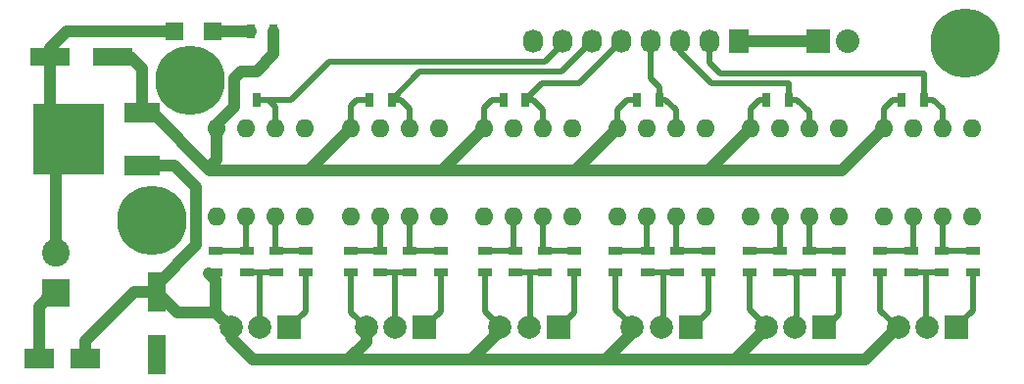
<source format=gbr>
G04 #@! TF.FileFunction,Copper,L1,Top,Signal*
%FSLAX46Y46*%
G04 Gerber Fmt 4.6, Leading zero omitted, Abs format (unit mm)*
G04 Created by KiCad (PCBNEW 4.0.6+dfsg1-1) date Wed Nov 29 19:26:48 2017*
%MOMM*%
%LPD*%
G01*
G04 APERTURE LIST*
%ADD10C,0.100000*%
%ADD11R,2.000000X2.000000*%
%ADD12C,2.000000*%
%ADD13R,2.400000X2.400000*%
%ADD14C,2.400000*%
%ADD15R,2.500000X1.800000*%
%ADD16R,1.600000X3.500000*%
%ADD17R,3.500000X1.600000*%
%ADD18R,1.500000X1.500000*%
%ADD19O,1.600000X1.600000*%
%ADD20R,1.727200X2.032000*%
%ADD21O,1.727200X2.032000*%
%ADD22R,1.300000X0.700000*%
%ADD23R,0.700000X1.300000*%
%ADD24R,3.048000X1.651000*%
%ADD25R,6.096000X6.096000*%
%ADD26R,2.032000X2.032000*%
%ADD27O,2.032000X2.032000*%
%ADD28C,6.000000*%
%ADD29C,0.600000*%
%ADD30C,1.000000*%
%ADD31C,0.500000*%
G04 APERTURE END LIST*
D10*
D11*
X177850800Y-118084600D03*
D12*
X175310800Y-118084600D03*
X172810800Y-118084600D03*
D11*
X200837800Y-118084600D03*
D12*
X198297800Y-118084600D03*
X195797800Y-118084600D03*
D13*
X146022800Y-115127600D03*
D14*
X146022800Y-111627600D03*
D15*
X148522800Y-120727600D03*
X144522800Y-120727600D03*
D16*
X154722800Y-115027600D03*
X154722800Y-120427600D03*
D17*
X150922800Y-94727600D03*
X145522800Y-94727600D03*
D18*
X159572800Y-92527600D03*
X156272800Y-92527600D03*
D19*
X171500800Y-108483400D03*
X174040800Y-108483400D03*
X176580800Y-108483400D03*
X179120800Y-108483400D03*
X179120800Y-100863400D03*
X176580800Y-100863400D03*
X174040800Y-100863400D03*
X171500800Y-100863400D03*
X159893000Y-108483400D03*
X162433000Y-108483400D03*
X164973000Y-108483400D03*
X167513000Y-108483400D03*
X167513000Y-100863400D03*
X164973000Y-100863400D03*
X162433000Y-100863400D03*
X159893000Y-100863400D03*
D11*
X166166800Y-118084600D03*
D12*
X163626800Y-118084600D03*
X161126800Y-118084600D03*
D20*
X204978000Y-93345000D03*
D21*
X202438000Y-93345000D03*
X199898000Y-93345000D03*
X197358000Y-93345000D03*
X194818000Y-93345000D03*
X192278000Y-93345000D03*
X189738000Y-93345000D03*
X187198000Y-93345000D03*
D11*
X223824800Y-118084600D03*
D12*
X221284800Y-118084600D03*
X218784800Y-118084600D03*
D11*
X212394800Y-118084600D03*
D12*
X209854800Y-118084600D03*
X207354800Y-118084600D03*
D11*
X189407800Y-118084600D03*
D12*
X186867800Y-118084600D03*
X184367800Y-118084600D03*
D19*
X183000000Y-108500000D03*
X185540000Y-108500000D03*
X188080000Y-108500000D03*
X190620000Y-108500000D03*
X190620000Y-100880000D03*
X188080000Y-100880000D03*
X185540000Y-100880000D03*
X183000000Y-100880000D03*
X194500000Y-108500000D03*
X197040000Y-108500000D03*
X199580000Y-108500000D03*
X202120000Y-108500000D03*
X202120000Y-100880000D03*
X199580000Y-100880000D03*
X197040000Y-100880000D03*
X194500000Y-100880000D03*
X206000000Y-108500000D03*
X208540000Y-108500000D03*
X211080000Y-108500000D03*
X213620000Y-108500000D03*
X213620000Y-100880000D03*
X211080000Y-100880000D03*
X208540000Y-100880000D03*
X206000000Y-100880000D03*
X217500000Y-108500000D03*
X220040000Y-108500000D03*
X222580000Y-108500000D03*
X225120000Y-108500000D03*
X225120000Y-100880000D03*
X222580000Y-100880000D03*
X220040000Y-100880000D03*
X217500000Y-100880000D03*
D22*
X219887800Y-111419600D03*
X219887800Y-113319600D03*
X222554800Y-111419600D03*
X222554800Y-113319600D03*
X208584800Y-111419600D03*
X208584800Y-113319600D03*
X211124800Y-111419600D03*
X211124800Y-113319600D03*
X217220800Y-111419600D03*
X217220800Y-113319600D03*
X225221800Y-113319600D03*
X225221800Y-111419600D03*
X205917800Y-111419600D03*
X205917800Y-113319600D03*
X213664800Y-113319600D03*
X213664800Y-111419600D03*
D23*
X220964800Y-98399600D03*
X219064800Y-98399600D03*
X209280800Y-98399600D03*
X207380800Y-98399600D03*
D22*
X197154800Y-111419600D03*
X197154800Y-113319600D03*
X199694800Y-111419600D03*
X199694800Y-113319600D03*
X185724800Y-111419600D03*
X185724800Y-113319600D03*
X188264800Y-111419600D03*
X188264800Y-113319600D03*
X194360800Y-111419600D03*
X194360800Y-113319600D03*
X202361800Y-113319600D03*
X202361800Y-111419600D03*
X183057800Y-111419600D03*
X183057800Y-113319600D03*
X190804800Y-113319600D03*
X190804800Y-111419600D03*
D23*
X198104800Y-98399600D03*
X196204800Y-98399600D03*
X186550000Y-98400000D03*
X184650000Y-98400000D03*
X164772800Y-92527600D03*
X162872800Y-92527600D03*
D22*
X174040800Y-111419600D03*
X174040800Y-113319600D03*
X176580800Y-111419600D03*
X176580800Y-113319600D03*
X171500800Y-111419600D03*
X171500800Y-113319600D03*
X179247800Y-113319600D03*
X179247800Y-111419600D03*
D23*
X174990800Y-98399600D03*
X173090800Y-98399600D03*
D22*
X162483800Y-111419600D03*
X162483800Y-113319600D03*
X165023800Y-111419600D03*
X165023800Y-113319600D03*
X159816800Y-111419600D03*
X159816800Y-113319600D03*
X167563800Y-113319600D03*
X167563800Y-111419600D03*
D23*
X163306800Y-98399600D03*
X161406800Y-98399600D03*
D24*
X153422800Y-104113600D03*
D25*
X147072800Y-101827600D03*
D24*
X153422800Y-99541600D03*
D26*
X211822800Y-93327600D03*
D27*
X214362800Y-93327600D03*
D28*
X224522800Y-93527600D03*
X154322800Y-108827600D03*
X157622800Y-96727600D03*
D29*
X154722800Y-120427600D03*
D30*
X146022800Y-111627600D02*
X146022800Y-102877600D01*
X146022800Y-102877600D02*
X147072800Y-101827600D01*
X145522800Y-94727600D02*
X145522800Y-93927600D01*
X145522800Y-93927600D02*
X146922800Y-92527600D01*
X146922800Y-92527600D02*
X156272800Y-92527600D01*
X145522800Y-94727600D02*
X145522800Y-100277600D01*
X145522800Y-100277600D02*
X147072800Y-101827600D01*
X147222800Y-101977600D02*
X147072800Y-101827600D01*
D31*
X225221800Y-113319600D02*
X225221800Y-116623200D01*
X225221800Y-116623200D02*
X223750000Y-118095000D01*
X213664800Y-113319600D02*
X213664800Y-116930200D01*
X213664800Y-116930200D02*
X212500000Y-118095000D01*
X202361800Y-113319600D02*
X202361800Y-116733200D01*
X202361800Y-116733200D02*
X201000000Y-118095000D01*
X190804800Y-113319600D02*
X190804800Y-116790200D01*
X190804800Y-116790200D02*
X189500000Y-118095000D01*
X179247800Y-113319600D02*
X179247800Y-116687600D01*
X179247800Y-116687600D02*
X177850800Y-118084600D01*
X167563800Y-113319600D02*
X167563800Y-116687600D01*
X167563800Y-116687600D02*
X166166800Y-118084600D01*
D30*
X148522800Y-120727600D02*
X148522800Y-119277600D01*
X148522800Y-119277600D02*
X152772800Y-115027600D01*
X152772800Y-115027600D02*
X154722800Y-115027600D01*
X154722800Y-114377600D02*
X158122800Y-110977600D01*
X158122800Y-110977600D02*
X158122800Y-105977600D01*
X158122800Y-105977600D02*
X156258800Y-104113600D01*
X156258800Y-104113600D02*
X153422800Y-104113600D01*
X159816800Y-116774600D02*
X156469800Y-116774600D01*
X156469800Y-116774600D02*
X154722800Y-115027600D01*
X161126800Y-118084600D02*
X159816800Y-116774600D01*
X154722800Y-115027600D02*
X154722800Y-114377600D01*
X153422800Y-104113600D02*
X154383800Y-104113600D01*
X161126800Y-118084600D02*
X161126800Y-119031600D01*
X161126800Y-119031600D02*
X162973800Y-120878600D01*
X162973800Y-120878600D02*
X171246800Y-120878600D01*
X159816800Y-116774600D02*
X159816800Y-114021600D01*
X159222800Y-113427600D02*
X159816800Y-114021600D01*
X207354800Y-118084600D02*
X207354800Y-118171600D01*
X207354800Y-118171600D02*
X204647800Y-120878600D01*
X195797800Y-118084600D02*
X195797800Y-118552600D01*
X195797800Y-118552600D02*
X193471800Y-120878600D01*
X184367800Y-118084600D02*
X184367800Y-118425600D01*
X184367800Y-118425600D02*
X181914800Y-120878600D01*
X172810800Y-118084600D02*
X172810800Y-119314600D01*
X172810800Y-119314600D02*
X171246800Y-120878600D01*
X215926400Y-120878600D02*
X218710000Y-118095000D01*
X171246800Y-120878600D02*
X181914800Y-120878600D01*
X181914800Y-120878600D02*
X193471800Y-120878600D01*
X193471800Y-120878600D02*
X204647800Y-120878600D01*
X204647800Y-120878600D02*
X215926400Y-120878600D01*
D31*
X217220800Y-113319600D02*
X217220800Y-116605800D01*
X217220800Y-116605800D02*
X218710000Y-118095000D01*
X205917800Y-113319600D02*
X205917800Y-116552800D01*
X205917800Y-116552800D02*
X207460000Y-118095000D01*
X194360800Y-113319600D02*
X194360800Y-116495800D01*
X194360800Y-116495800D02*
X195960000Y-118095000D01*
X183057800Y-113319600D02*
X183057800Y-116692800D01*
X183057800Y-116692800D02*
X184460000Y-118095000D01*
X171500800Y-113319600D02*
X171500800Y-116774600D01*
X171500800Y-116774600D02*
X172810800Y-118084600D01*
X159816800Y-113319600D02*
X159816800Y-114021600D01*
X159816800Y-114021600D02*
X159816800Y-116774600D01*
X184220000Y-117895000D02*
X184420000Y-118095000D01*
D30*
X159893000Y-100863400D02*
X159893000Y-100557400D01*
X159893000Y-100557400D02*
X161406800Y-99043600D01*
X161406800Y-99043600D02*
X161406800Y-98399600D01*
X164772800Y-92527600D02*
X164772800Y-94477600D01*
X161406800Y-96543600D02*
X161406800Y-98399600D01*
X162022800Y-95927600D02*
X161406800Y-96543600D01*
X163322800Y-95927600D02*
X162022800Y-95927600D01*
X164772800Y-94477600D02*
X163322800Y-95927600D01*
X159893000Y-100863400D02*
X159893000Y-103557400D01*
X159893000Y-103557400D02*
X159122800Y-104327600D01*
X153422800Y-99541600D02*
X154336800Y-99541600D01*
X154336800Y-99541600D02*
X159122800Y-104327600D01*
X159122800Y-104327600D02*
X159290800Y-104495600D01*
X159290800Y-104495600D02*
X168249600Y-104495600D01*
X150922800Y-94727600D02*
X152422800Y-94727600D01*
X152422800Y-94727600D02*
X153422800Y-95727600D01*
X153422800Y-95727600D02*
X153422800Y-99541600D01*
X202384400Y-104495600D02*
X213884400Y-104495600D01*
X213884400Y-104495600D02*
X217500000Y-100880000D01*
X190884400Y-104495600D02*
X202384400Y-104495600D01*
X202384400Y-104495600D02*
X206000000Y-100880000D01*
X179374800Y-104495600D02*
X190884400Y-104495600D01*
X190884400Y-104495600D02*
X194500000Y-100880000D01*
X167868600Y-104495600D02*
X168249600Y-104495600D01*
X168249600Y-104495600D02*
X179374800Y-104495600D01*
X179374800Y-104495600D02*
X179384400Y-104495600D01*
X179384400Y-104495600D02*
X183000000Y-100880000D01*
X167868600Y-104495600D02*
X171500800Y-100863400D01*
D31*
X213884400Y-104495600D02*
X217500000Y-100880000D01*
X202384400Y-104495600D02*
X206000000Y-100880000D01*
X179384400Y-104495600D02*
X190884400Y-104495600D01*
X190884400Y-104495600D02*
X194500000Y-100880000D01*
X179384400Y-104495600D02*
X183000000Y-100880000D01*
X167868600Y-104495600D02*
X171500800Y-100863400D01*
X217500000Y-100880000D02*
X217500000Y-99186800D01*
X217500000Y-99186800D02*
X218287200Y-98399600D01*
X218287200Y-98399600D02*
X219064800Y-98399600D01*
X206000000Y-100880000D02*
X206000000Y-99206400D01*
X206000000Y-99206400D02*
X206806800Y-98399600D01*
X206806800Y-98399600D02*
X207380800Y-98399600D01*
X194500000Y-100880000D02*
X194500000Y-99276400D01*
X194500000Y-99276400D02*
X195376800Y-98399600D01*
X195376800Y-98399600D02*
X196204800Y-98399600D01*
X183000000Y-100880000D02*
X183000000Y-99092400D01*
X183000000Y-99092400D02*
X183692400Y-98400000D01*
X183692400Y-98400000D02*
X184650000Y-98400000D01*
X171500800Y-100863400D02*
X171500800Y-98907600D01*
X171500800Y-98907600D02*
X172008800Y-98399600D01*
X172008800Y-98399600D02*
X173090800Y-98399600D01*
X221210000Y-118095000D02*
X221210000Y-113319600D01*
X221157800Y-113385600D02*
X221157800Y-113319600D01*
X221157800Y-113371800D02*
X221157800Y-113385600D01*
X221210000Y-113319600D02*
X221157800Y-113371800D01*
X219887800Y-113319600D02*
X221157800Y-113319600D01*
X221157800Y-113319600D02*
X222554800Y-113319600D01*
X209960000Y-118095000D02*
X209960000Y-113319600D01*
X209854800Y-113512600D02*
X209854800Y-113319600D01*
X209854800Y-113424800D02*
X209854800Y-113512600D01*
X209960000Y-113319600D02*
X209854800Y-113424800D01*
X208584800Y-113319600D02*
X209854800Y-113319600D01*
X209854800Y-113319600D02*
X211124800Y-113319600D01*
X198460000Y-118095000D02*
X198460000Y-113319600D01*
X198551800Y-113385600D02*
X198551800Y-113319600D01*
X198526000Y-113385600D02*
X198551800Y-113385600D01*
X198460000Y-113319600D02*
X198526000Y-113385600D01*
X197154800Y-113319600D02*
X198551800Y-113319600D01*
X198551800Y-113319600D02*
X199694800Y-113319600D01*
X186960000Y-118095000D02*
X186960000Y-113319600D01*
X186994800Y-113385600D02*
X186994800Y-113319600D01*
X186994800Y-113354400D02*
X186994800Y-113385600D01*
X186960000Y-113319600D02*
X186994800Y-113354400D01*
X185724800Y-113319600D02*
X186994800Y-113319600D01*
X186994800Y-113319600D02*
X188264800Y-113319600D01*
X202438000Y-93345000D02*
X202438000Y-95173800D01*
X220964800Y-96179600D02*
X220964800Y-98399600D01*
X221030800Y-96113600D02*
X220964800Y-96179600D01*
X203377800Y-96113600D02*
X221030800Y-96113600D01*
X202438000Y-95173800D02*
X203377800Y-96113600D01*
X222580000Y-100880000D02*
X222580000Y-99186800D01*
X221792800Y-98399600D02*
X220964800Y-98399600D01*
X222580000Y-99186800D02*
X221792800Y-98399600D01*
X199898000Y-93345000D02*
X199898000Y-94284800D01*
X199898000Y-94284800D02*
X202615800Y-97002600D01*
X202615800Y-97002600D02*
X209346800Y-97002600D01*
X209346800Y-97002600D02*
X209280800Y-97068600D01*
X209280800Y-97068600D02*
X209280800Y-98399600D01*
X211080000Y-100880000D02*
X211080000Y-99460400D01*
X210019200Y-98399600D02*
X209280800Y-98399600D01*
X211080000Y-99460400D02*
X210019200Y-98399600D01*
X198104800Y-98399600D02*
X198104800Y-97317600D01*
X197358000Y-96570800D02*
X197358000Y-93345000D01*
X198104800Y-97317600D02*
X197358000Y-96570800D01*
X199580000Y-100880000D02*
X199580000Y-99300800D01*
X198678800Y-98399600D02*
X198104800Y-98399600D01*
X199580000Y-99300800D02*
X198678800Y-98399600D01*
X194818000Y-93345000D02*
X194818000Y-93370400D01*
X194818000Y-93370400D02*
X191185800Y-97002600D01*
X191185800Y-97002600D02*
X187947400Y-97002600D01*
X187947400Y-97002600D02*
X186550000Y-98400000D01*
X188080000Y-100880000D02*
X188080000Y-99230800D01*
X187249200Y-98400000D02*
X186550000Y-98400000D01*
X188080000Y-99230800D02*
X187249200Y-98400000D01*
X217220800Y-111419600D02*
X219887800Y-111419600D01*
X220040000Y-108500000D02*
X220040000Y-111267400D01*
X220040000Y-111267400D02*
X219887800Y-111419600D01*
X222554800Y-111419600D02*
X225221800Y-111419600D01*
X222580000Y-108500000D02*
X222580000Y-111394400D01*
X222580000Y-111394400D02*
X222554800Y-111419600D01*
X208584800Y-111419600D02*
X205917800Y-111419600D01*
X208540000Y-108500000D02*
X208540000Y-111374800D01*
X208540000Y-111374800D02*
X208584800Y-111419600D01*
X211124800Y-111419600D02*
X213664800Y-111419600D01*
X211080000Y-108500000D02*
X211080000Y-111374800D01*
X211080000Y-111374800D02*
X211124800Y-111419600D01*
X197154800Y-111419600D02*
X194360800Y-111419600D01*
X197040000Y-108500000D02*
X197040000Y-111304800D01*
X197040000Y-111304800D02*
X197154800Y-111419600D01*
X199694800Y-111419600D02*
X202361800Y-111419600D01*
X199580000Y-108500000D02*
X199580000Y-111304800D01*
X199580000Y-111304800D02*
X199694800Y-111419600D01*
X185724800Y-111419600D02*
X183057800Y-111419600D01*
X185540000Y-108500000D02*
X185540000Y-111234800D01*
X185540000Y-111234800D02*
X185724800Y-111419600D01*
X188264800Y-111419600D02*
X190804800Y-111419600D01*
X188080000Y-108500000D02*
X188080000Y-111234800D01*
X188080000Y-111234800D02*
X188264800Y-111419600D01*
X174040800Y-111419600D02*
X171500800Y-111419600D01*
X174040800Y-108483400D02*
X174040800Y-111419600D01*
X175310800Y-118084600D02*
X175310800Y-113319600D01*
X175310800Y-113319600D02*
X175310800Y-113385600D01*
X175310800Y-113385600D02*
X175310800Y-113319600D01*
X174040800Y-113319600D02*
X175310800Y-113319600D01*
X175310800Y-113319600D02*
X176580800Y-113319600D01*
X176580800Y-111419600D02*
X179247800Y-111419600D01*
X176580800Y-108483400D02*
X176580800Y-111419600D01*
X192278000Y-93345000D02*
X192278000Y-93370400D01*
X192278000Y-93370400D02*
X189661800Y-95986600D01*
X189661800Y-95986600D02*
X177403800Y-95986600D01*
X177403800Y-95986600D02*
X174990800Y-98399600D01*
X176580800Y-100863400D02*
X176580800Y-99161600D01*
X175818800Y-98399600D02*
X174990800Y-98399600D01*
X176580800Y-99161600D02*
X175818800Y-98399600D01*
X162433000Y-108483400D02*
X162433000Y-111368800D01*
X162433000Y-111368800D02*
X162483800Y-111419600D01*
X159816800Y-111419600D02*
X162483800Y-111419600D01*
X163626800Y-118084600D02*
X163626800Y-113319600D01*
X163626800Y-113319600D02*
X163626800Y-113512600D01*
X163626800Y-113512600D02*
X163626800Y-113319600D01*
X162483800Y-113319600D02*
X163626800Y-113319600D01*
X163626800Y-113319600D02*
X165023800Y-113319600D01*
X165023800Y-111419600D02*
X167563800Y-111419600D01*
X164973000Y-108483400D02*
X164973000Y-111368800D01*
X164973000Y-111368800D02*
X165023800Y-111419600D01*
X189738000Y-93345000D02*
X189738000Y-93624400D01*
X189738000Y-93624400D02*
X188264800Y-95097600D01*
X188264800Y-95097600D02*
X169595800Y-95097600D01*
X169595800Y-95097600D02*
X166293800Y-98399600D01*
X166293800Y-98399600D02*
X163306800Y-98399600D01*
X164973000Y-100863400D02*
X164973000Y-98983800D01*
X164388800Y-98399600D02*
X163306800Y-98399600D01*
X164973000Y-98983800D02*
X164388800Y-98399600D01*
D30*
X159572800Y-92527600D02*
X162872800Y-92527600D01*
X145672800Y-115127600D02*
X144522800Y-116277600D01*
X144522800Y-116277600D02*
X144522800Y-120727600D01*
X146022800Y-115127600D02*
X145672800Y-115127600D01*
X204978000Y-93345000D02*
X211805400Y-93345000D01*
X211805400Y-93345000D02*
X211822800Y-93327600D01*
M02*

</source>
